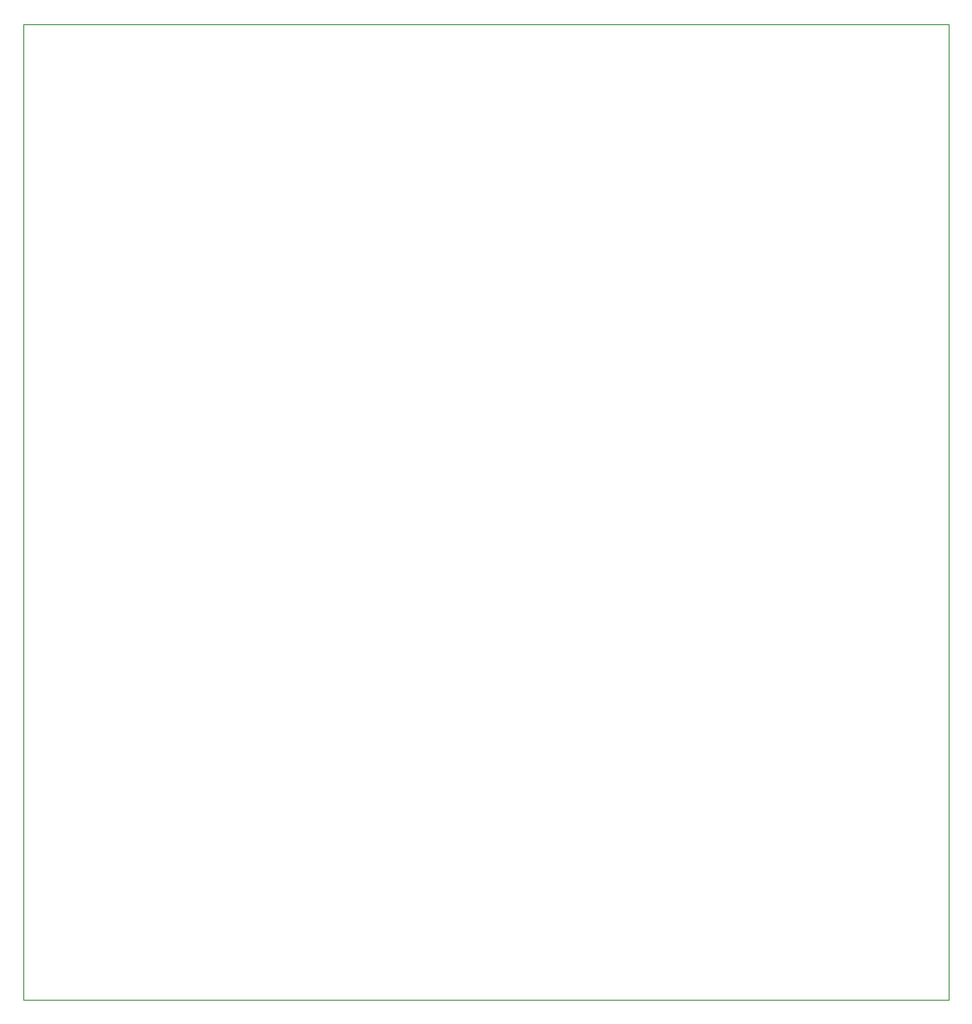
<source format=gm1>
%TF.GenerationSoftware,KiCad,Pcbnew,9.0.4*%
%TF.CreationDate,2025-11-06T03:01:08+05:30*%
%TF.ProjectId,project005,70726f6a-6563-4743-9030-352e6b696361,rev?*%
%TF.SameCoordinates,Original*%
%TF.FileFunction,Profile,NP*%
%FSLAX46Y46*%
G04 Gerber Fmt 4.6, Leading zero omitted, Abs format (unit mm)*
G04 Created by KiCad (PCBNEW 9.0.4) date 2025-11-06 03:01:08*
%MOMM*%
%LPD*%
G01*
G04 APERTURE LIST*
%TA.AperFunction,Profile*%
%ADD10C,0.050000*%
%TD*%
G04 APERTURE END LIST*
D10*
X79000000Y-52000000D02*
X166300000Y-52000000D01*
X166300000Y-143900000D01*
X79000000Y-143900000D01*
X79000000Y-52000000D01*
M02*

</source>
